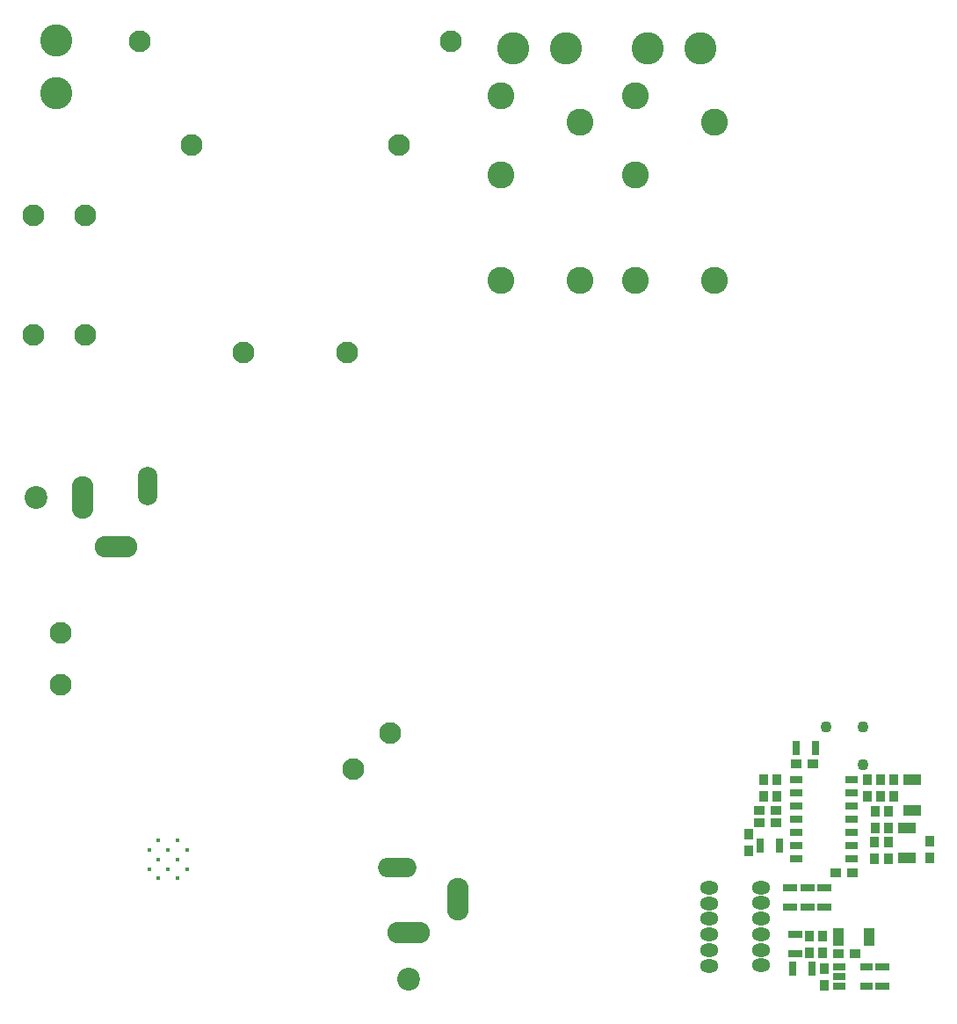
<source format=gbs>
G04*
G04 #@! TF.GenerationSoftware,Altium Limited,Altium Designer,22.10.1 (41)*
G04*
G04 Layer_Color=16711935*
%FSLAX44Y44*%
%MOMM*%
G71*
G04*
G04 #@! TF.SameCoordinates,FF558BA5-466A-4189-8B58-D4AB7027BDE0*
G04*
G04*
G04 #@! TF.FilePolarity,Negative*
G04*
G01*
G75*
%ADD56R,0.8000X1.4000*%
%ADD57R,1.0652X0.8874*%
%ADD62R,1.4000X0.8000*%
%ADD65R,0.8874X1.0652*%
%ADD91O,1.8000X1.3000*%
%ADD92C,1.1000*%
%ADD93C,3.1000*%
%ADD94C,2.6000*%
%ADD95C,2.2000*%
%ADD96O,3.7000X1.9000*%
%ADD97O,2.1000X4.1000*%
%ADD98O,4.1000X2.1000*%
%ADD99C,2.1000*%
%ADD100C,0.1000*%
%ADD101C,0.4000*%
%ADD102O,1.9000X3.7000*%
%ADD215R,1.2800X0.6800*%
%ADD216R,1.7000X1.0000*%
%ADD217R,1.0000X1.7000*%
%ADD218R,1.2000X0.7000*%
D56*
X737635Y168732D02*
D03*
X756635D02*
D03*
X769000Y50500D02*
D03*
X788000D02*
D03*
X791414Y262636D02*
D03*
X772414D02*
D03*
D57*
X736998Y203000D02*
D03*
X753000D02*
D03*
X736998Y191000D02*
D03*
X753000D02*
D03*
X827000Y143000D02*
D03*
X810998D02*
D03*
X829501Y64500D02*
D03*
X813499D02*
D03*
X772400Y247396D02*
D03*
X788402D02*
D03*
D62*
X766826Y109500D02*
D03*
Y128500D02*
D03*
X783590Y109626D02*
D03*
Y128626D02*
D03*
X800100D02*
D03*
Y109626D02*
D03*
X855218Y33020D02*
D03*
Y52020D02*
D03*
X771906Y83566D02*
D03*
Y64566D02*
D03*
D65*
X841000Y215998D02*
D03*
Y232000D02*
D03*
X854000Y215998D02*
D03*
Y232000D02*
D03*
X867000D02*
D03*
Y215998D02*
D03*
X861868Y201931D02*
D03*
Y185929D02*
D03*
X848868Y185928D02*
D03*
Y201930D02*
D03*
X861360Y155956D02*
D03*
Y171958D02*
D03*
X848360Y155956D02*
D03*
Y171958D02*
D03*
X785468Y65835D02*
D03*
Y81837D02*
D03*
X797968Y65835D02*
D03*
Y81837D02*
D03*
X800000Y34498D02*
D03*
Y50500D02*
D03*
X726967Y179749D02*
D03*
Y163747D02*
D03*
X741000Y232002D02*
D03*
Y216000D02*
D03*
X754000Y232000D02*
D03*
Y215998D02*
D03*
X901700Y157099D02*
D03*
Y173101D02*
D03*
D91*
X739000Y128500D02*
D03*
Y113500D02*
D03*
Y98500D02*
D03*
Y83500D02*
D03*
Y68500D02*
D03*
Y53500D02*
D03*
X688376Y53253D02*
D03*
Y68253D02*
D03*
Y83253D02*
D03*
Y98253D02*
D03*
Y128253D02*
D03*
Y113253D02*
D03*
D92*
X801000Y283000D02*
D03*
X837000D02*
D03*
Y247000D02*
D03*
D93*
X680300Y936500D02*
D03*
X629500D02*
D03*
X550500D02*
D03*
X499700D02*
D03*
X60000Y944400D02*
D03*
Y893600D02*
D03*
D94*
X617800Y890900D02*
D03*
X694000Y865500D02*
D03*
Y713100D02*
D03*
X617800Y814700D02*
D03*
Y713100D02*
D03*
X488400Y891400D02*
D03*
X564600Y866000D02*
D03*
Y713600D02*
D03*
X488400Y815200D02*
D03*
Y713600D02*
D03*
D95*
X399000Y40000D02*
D03*
X40000Y504500D02*
D03*
D96*
X388000Y148000D02*
D03*
D97*
X447000Y117000D02*
D03*
X85000Y504500D02*
D03*
D98*
X399000Y85000D02*
D03*
X117000Y456500D02*
D03*
D99*
X381279Y277647D02*
D03*
X345923Y242291D02*
D03*
X64000Y373500D02*
D03*
Y323500D02*
D03*
X88000Y661000D02*
D03*
X38000D02*
D03*
X88000Y776000D02*
D03*
X38000D02*
D03*
X240000Y644000D02*
D03*
X340000D02*
D03*
X190000Y844000D02*
D03*
X390000D02*
D03*
X140000Y944000D02*
D03*
X440000D02*
D03*
D100*
X226000Y21000D02*
D03*
X256000D02*
D03*
D101*
X149050Y146325D02*
D03*
Y164675D02*
D03*
X158225Y137150D02*
D03*
Y155500D02*
D03*
Y173850D02*
D03*
X167400Y146325D02*
D03*
Y164675D02*
D03*
X176575Y137150D02*
D03*
Y155500D02*
D03*
Y173850D02*
D03*
X185750Y146325D02*
D03*
Y164675D02*
D03*
D102*
X148000Y515500D02*
D03*
D215*
X772400Y155900D02*
D03*
Y168600D02*
D03*
Y181300D02*
D03*
Y194000D02*
D03*
Y206700D02*
D03*
Y219400D02*
D03*
Y232100D02*
D03*
X825600Y155900D02*
D03*
Y168600D02*
D03*
Y181300D02*
D03*
Y194000D02*
D03*
Y206700D02*
D03*
Y219400D02*
D03*
Y232100D02*
D03*
D216*
X884000Y203000D02*
D03*
Y232000D02*
D03*
X878920Y186000D02*
D03*
Y157000D02*
D03*
D217*
X813500Y80500D02*
D03*
X842500D02*
D03*
D218*
X814000Y33000D02*
D03*
Y42500D02*
D03*
Y52000D02*
D03*
X840000D02*
D03*
Y33000D02*
D03*
M02*

</source>
